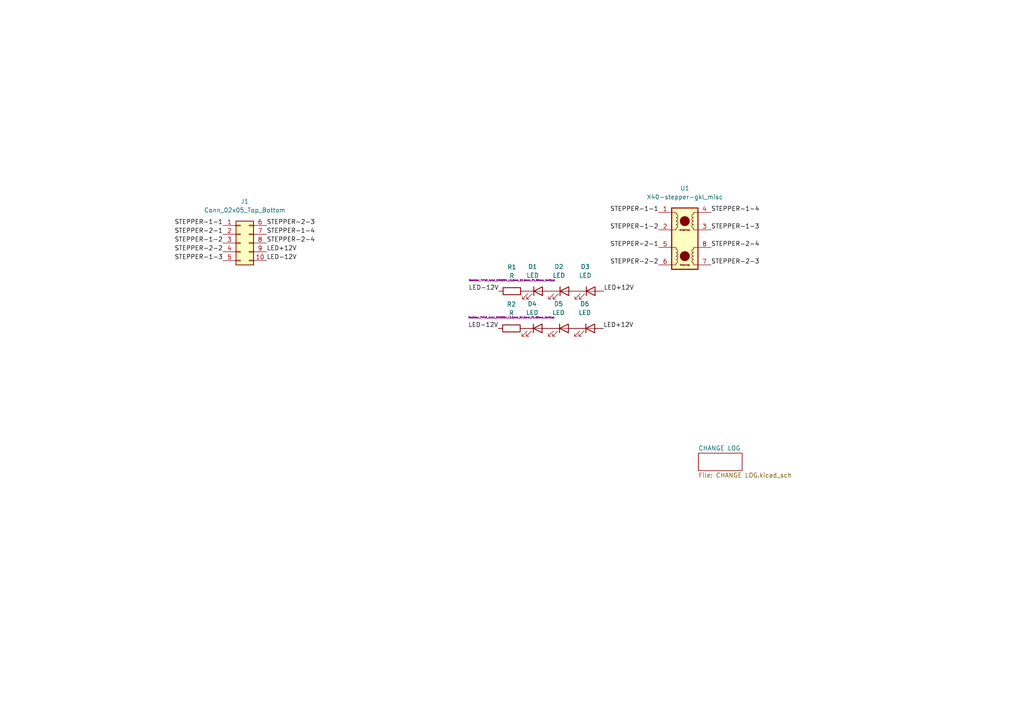
<source format=kicad_sch>
(kicad_sch (version 20211123) (generator eeschema)
  (paper "A4")
  (lib_symbols
    (symbol "Connector_Generic:Conn_02x05_Top_Bottom" (pin_names (offset 1.016) hide)
      (property "Reference" "J" (at 1.27 7.62 0))
      (property "Value" "Conn_02x05_Top_Bottom" (at 1.27 -7.62 0))
      (symbol "Conn_02x05_Top_Bottom_1_1"
        (rectangle (start -1.27 -4.953) (end 0 -5.207) (stroke (width 0.1524)))
        (rectangle (start -1.27 -2.413) (end 0 -2.667) (stroke (width 0.1524)))
        (rectangle (start -1.27 0.127) (end 0 -0.127) (stroke (width 0.1524)))
        (rectangle (start -1.27 2.667) (end 0 2.413) (stroke (width 0.1524)))
        (rectangle (start -1.27 5.207) (end 0 4.953) (stroke (width 0.1524)))
        (rectangle (start -1.27 6.35) (end 3.81 -6.35) (stroke (width 0.254)) (fill (type background)))
        (rectangle (start 3.81 -4.953) (end 2.54 -5.207) (stroke (width 0.1524)))
        (rectangle (start 3.81 -2.413) (end 2.54 -2.667) (stroke (width 0.1524)))
        (rectangle (start 3.81 0.127) (end 2.54 -0.127) (stroke (width 0.1524)))
        (rectangle (start 3.81 2.667) (end 2.54 2.413) (stroke (width 0.1524)))
        (rectangle (start 3.81 5.207) (end 2.54 4.953) (stroke (width 0.1524)))
        (pin passive line (at -5.08 5.08 0) (length 3.81) (name "Pin_1") (number "1"))
        (pin passive line (at 7.62 -5.08 180) (length 3.81) (name "Pin_10") (number "10"))
        (pin passive line (at -5.08 2.54 0) (length 3.81) (name "Pin_2") (number "2"))
        (pin passive line (at -5.08 0 0) (length 3.81) (name "Pin_3") (number "3"))
        (pin passive line (at -5.08 -2.54 0) (length 3.81) (name "Pin_4") (number "4"))
        (pin passive line (at -5.08 -5.08 0) (length 3.81) (name "Pin_5") (number "5"))
        (pin passive line (at 7.62 5.08 180) (length 3.81) (name "Pin_6") (number "6"))
        (pin passive line (at 7.62 2.54 180) (length 3.81) (name "Pin_7") (number "7"))
        (pin passive line (at 7.62 0 180) (length 3.81) (name "Pin_8") (number "8"))
        (pin passive line (at 7.62 -2.54 180) (length 3.81) (name "Pin_9") (number "9"))
      )
    )
    (symbol "Device:LED" (pin_numbers hide) (pin_names (offset 1.016) hide)
      (property "Reference" "D" (at 0 2.54 0))
      (property "Value" "LED" (at 0 -2.54 0))
      (symbol "LED_0_1"
        (polyline (pts (xy -1.27 -1.27) (xy -1.27 1.27)) (stroke (width 0.254)))
        (polyline (pts (xy -1.27 0) (xy 1.27 0)))
        (polyline (pts (xy 1.27 -1.27) (xy 1.27 1.27) (xy -1.27 0) (xy 1.27 -1.27)) (stroke (width 0.254)))
        (polyline (pts (xy -3.048 -0.762) (xy -4.572 -2.286) (xy -3.81 -2.286) (xy -4.572 -2.286) (xy -4.572 -1.524)))
        (polyline (pts (xy -1.778 -0.762) (xy -3.302 -2.286) (xy -2.54 -2.286) (xy -3.302 -2.286) (xy -3.302 -1.524)))
      )
      (symbol "LED_1_1"
        (pin passive line (at -3.81 0 0) (length 2.54) (name "K") (number "1"))
        (pin passive line (at 3.81 0 180) (length 2.54) (name "A") (number "2"))
      )
    )
    (symbol "Device:R" (pin_numbers hide) (pin_names (offset 0))
      (property "Reference" "R" (at 2.032 0 90))
      (property "Value" "R" (at 0 0 90))
      (symbol "R_0_1"
        (rectangle (start -1.016 -2.54) (end 1.016 2.54) (stroke (width 0.254)))
      )
      (symbol "R_1_1"
        (pin passive line (at 0 3.81 270) (length 1.27) (name "~") (number "1"))
        (pin passive line (at 0 -3.81 90) (length 1.27) (name "~") (number "2"))
      )
    )
    (symbol "X40:X40-stepper-gkl_misc" (pin_names (offset 1.016))
      (property "Reference" "U" (at 0 17.78 0))
      (property "Value" "X40-stepper-gkl_misc" (at 0 17.78 0))
      (symbol "X40-stepper-gkl_misc_0_0"
        (text "external" (at 0 -2.54 0) (effects (font (size 0.508 0.508))))
        (text "internal" (at 0 -12.7 0) (effects (font (size 0.508 0.508))))
      )
      (symbol "X40-stepper-gkl_misc_0_1"
        (rectangle (start -3.81 3.81) (end 3.81 -13.97) (stroke (width 0.3302)) (fill (type background)))
        (circle (center 0 -10.16) (radius 1.27) (stroke (width 0.3302)) (fill (type outline)))
        (polyline (pts (xy -3.81 -12.7) (xy -2.54 -12.7) (xy -2.54 -12.192)))
        (polyline (pts (xy -3.81 -7.62) (xy -2.54 -7.62) (xy -2.54 -8.128)))
        (polyline (pts (xy -3.81 -2.54) (xy -2.54 -2.54) (xy -2.54 -2.032)))
        (polyline (pts (xy -3.81 2.54) (xy -2.54 2.54) (xy -2.54 2.032)))
        (polyline (pts (xy 3.81 -12.7) (xy 2.54 -12.7) (xy 2.54 -12.192)))
        (polyline (pts (xy 3.81 -7.62) (xy 2.54 -7.62) (xy 2.54 -8.128)))
        (polyline (pts (xy 3.81 -2.54) (xy 2.54 -2.54) (xy 2.54 -2.032)))
        (polyline (pts (xy 3.81 2.54) (xy 2.54 2.54) (xy 2.54 2.032)))
        (circle (center 0 0) (radius 1.27) (stroke (width 0.3302)) (fill (type outline)))
      )
      (symbol "X40-stepper-gkl_misc_1_1"
        (arc (start -2.54 -12.192) (mid -2.032 -11.684) (end -2.54 -11.176))
        (arc (start -2.54 -11.176) (mid -2.032 -10.668) (end -2.54 -10.16))
        (arc (start -2.54 -10.16) (mid -2.032 -9.652) (end -2.54 -9.144))
        (arc (start -2.54 -9.144) (mid -2.032 -8.636) (end -2.54 -8.128))
        (arc (start -2.54 -2.032) (mid -2.032 -1.524) (end -2.54 -1.016))
        (arc (start -2.54 -1.016) (mid -2.032 -0.508) (end -2.54 0))
        (arc (start -2.54 0) (mid -2.032 0.508) (end -2.54 1.016))
        (arc (start -2.54 1.016) (mid -2.032 1.524) (end -2.54 2.032))
        (arc (start 2.54 -11.176) (mid 2.032 -11.684) (end 2.54 -12.192))
        (arc (start 2.54 -10.16) (mid 2.032 -10.668) (end 2.54 -11.176))
        (arc (start 2.54 -9.144) (mid 2.032 -9.652) (end 2.54 -10.16))
        (arc (start 2.54 -8.128) (mid 2.032 -8.636) (end 2.54 -9.144))
        (arc (start 2.54 -1.016) (mid 2.032 -1.524) (end 2.54 -2.032))
        (arc (start 2.54 0) (mid 2.032 -0.508) (end 2.54 -1.016))
        (arc (start 2.54 1.016) (mid 2.032 0.508) (end 2.54 0))
        (arc (start 2.54 2.032) (mid 2.032 1.524) (end 2.54 1.016))
        (pin passive line (at -7.62 2.54 0) (length 3.81) (name "~") (number "1"))
        (pin passive line (at -7.62 -2.54 0) (length 3.81) (name "~") (number "2"))
        (pin passive line (at 7.62 -2.54 180) (length 3.81) (name "~") (number "3"))
        (pin passive line (at 7.62 2.54 180) (length 3.81) (name "~") (number "4"))
        (pin passive line (at -7.62 -7.62 0) (length 3.81) (name "~") (number "5"))
        (pin passive line (at -7.62 -12.7 0) (length 3.81) (name "~") (number "6"))
        (pin passive line (at 7.62 -12.7 180) (length 3.81) (name "~") (number "7"))
        (pin passive line (at 7.62 -7.62 180) (length 3.81) (name "~") (number "8"))
      )
    )
  )
  (label "STEPPER-2-3" (at 206.248 76.835 0))
  (label "STEPPER-1-1" (at 191.008 61.595 180))
  (label "LED+12V" (at 77.343 73.025 0))
  (label "LED-12V" (at 77.343 75.565 0))
  (label "STEPPER-1-3" (at 206.248 66.675 0))
  (label "STEPPER-1-3" (at 64.643 75.565 180))
  (label "LED-12V" (at 144.526 95.25 180))
  (label "STEPPER-2-3" (at 77.343 65.405 0))
  (label "STEPPER-1-2" (at 64.643 70.485 180))
  (label "LED-12V" (at 144.653 84.455 180))
  (label "STEPPER-1-1" (at 64.643 65.405 180))
  (label "STEPPER-1-4" (at 77.343 67.945 0))
  (label "STEPPER-2-4" (at 77.343 70.485 0))
  (label "LED+12V" (at 175.133 84.455 0))
  (label "STEPPER-1-4" (at 206.248 61.595 0))
  (label "STEPPER-1-2" (at 191.008 66.675 180))
  (label "LED+12V" (at 175.006 95.25 0))
  (label "STEPPER-2-4" (at 206.248 71.755 0))
  (label "STEPPER-2-1" (at 191.008 71.755 180))
  (label "STEPPER-2-2" (at 64.643 73.025 180))
  (label "STEPPER-2-2" (at 191.008 76.835 180))
  (label "STEPPER-2-1" (at 64.643 67.945 180))
  (symbol (lib_id "Device:R") (at 148.463 84.455 90) (unit 1)
    (property "Reference" "R1" (at 148.463 77.47 90))
    (property "Value" "R" (at 148.463 80.01 90))
    (property "Footprint" "Resistor_THT:R_Axial_DIN0204_L3.6mm_D1.6mm_P1.90mm_Vertical" (at 148.463 81.28 90) (effects (font (size 0.5 0.5))))
  )
  (symbol (lib_id "Device:LED") (at 163.703 84.455 0) (unit 1)
    (property "Reference" "D2" (at 162.1155 77.343 0))
    (property "Value" "LED" (at 162.1155 79.883 0))
    (property "Footprint" "ben:LED_D1.8mm_W1.8mm_H2.4mm_Horizontal_O1.27mm_Z1.6mm-OH" (effects hide))
  )
  (symbol (lib_id "Device:LED") (at 156.083 84.455 0) (unit 1)
    (property "Reference" "D1" (at 154.4955 77.343 0))
    (property "Value" "LED" (at 154.4955 79.883 0))
    (property "Footprint" "ben:LED_D1.8mm_W1.8mm_H2.4mm_Horizontal_O1.27mm_Z1.6mm-OH" (effects hide))
  )
  (symbol (lib_id "Device:LED") (at 163.576 95.25 0) (unit 1)
    (property "Reference" "D5" (at 161.9885 88.138 0))
    (property "Value" "LED" (at 161.9885 90.678 0))
    (property "Footprint" "ben:LED_D1.8mm_W1.8mm_H2.4mm_Horizontal_O1.27mm_Z1.6mm-OH" (effects hide))
  )
  (symbol (lib_id "Device:LED") (at 171.323 84.455 0) (unit 1)
    (property "Reference" "D3" (at 169.7355 77.343 0))
    (property "Value" "LED" (at 169.7355 79.883 0))
    (property "Footprint" "ben:LED_D1.8mm_W1.8mm_H2.4mm_Horizontal_O1.27mm_Z1.6mm-OH" (effects hide))
  )
  (symbol (lib_id "Device:R") (at 148.336 95.25 90) (unit 1)
    (property "Reference" "R2" (at 148.336 88.265 90))
    (property "Value" "R" (at 148.336 90.805 90))
    (property "Footprint" "Resistor_THT:R_Axial_DIN0204_L3.6mm_D1.6mm_P1.90mm_Vertical" (at 148.336 92.075 90) (effects (font (size 0.5 0.5))))
  )
  (symbol (lib_id "X40:X40-stepper-gkl_misc") (at 198.628 64.135 0) (unit 1)
    (property "Reference" "U1" (at 198.628 54.61 0))
    (property "Value" "X40-stepper-gkl_misc" (at 198.628 57.15 0))
    (property "Footprint" "single-x40:X40-stepper" (effects hide))
  )
  (symbol (lib_id "Device:LED") (at 155.956 95.25 0) (unit 1)
    (property "Reference" "D4" (at 154.3685 88.138 0))
    (property "Value" "LED" (at 154.3685 90.678 0))
    (property "Footprint" "ben:LED_D1.8mm_W1.8mm_H2.4mm_Horizontal_O1.27mm_Z1.6mm-OH" (effects hide))
  )
  (symbol (lib_id "Connector_Generic:Conn_02x05_Top_Bottom") (at 69.723 70.485 0) (unit 1)
    (property "Reference" "J1" (at 70.993 58.42 0))
    (property "Value" "Conn_02x05_Top_Bottom" (at 70.993 60.96 0))
    (property "Footprint" "Connector_PinHeader_2.54mm:PinHeader_2x05_P2.54mm_Vertical" (effects hide))
  )
  (symbol (lib_id "Device:LED") (at 171.196 95.25 0) (unit 1)
    (property "Reference" "D6" (at 169.6085 88.138 0))
    (property "Value" "LED" (at 169.6085 90.678 0))
    (property "Footprint" "ben:LED_D1.8mm_W1.8mm_H2.4mm_Horizontal_O1.27mm_Z1.6mm-OH" (effects hide))
  )
  (sheet (at 202.565 131.445) (size 12.7 5.08) (stroke (width 0.1524))
    (property "Sheet name" "CHANGE LOG" (at 202.565 130.7334 0) (effects (justify left bottom)))
    (property "Sheet file" "CHANGE LOG.kicad_sch" (at 202.565 137.1096 0) (effects (justify left top)))
  )
)
</source>
